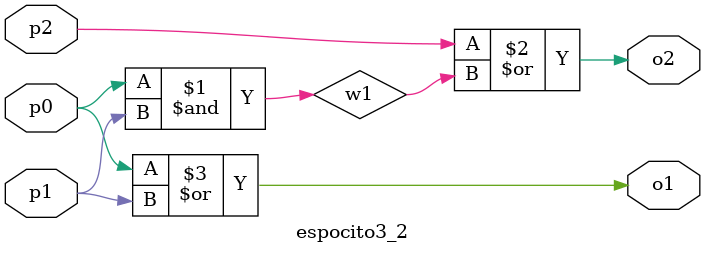
<source format=v>
module espocito3_2 (
    input p0,p1,p2,
    output o2,o1
);

wire w1;

and (w1,p0,p1);
or (o2,p2,w1);
or (o1,p0,p1);
    
endmodule
</source>
